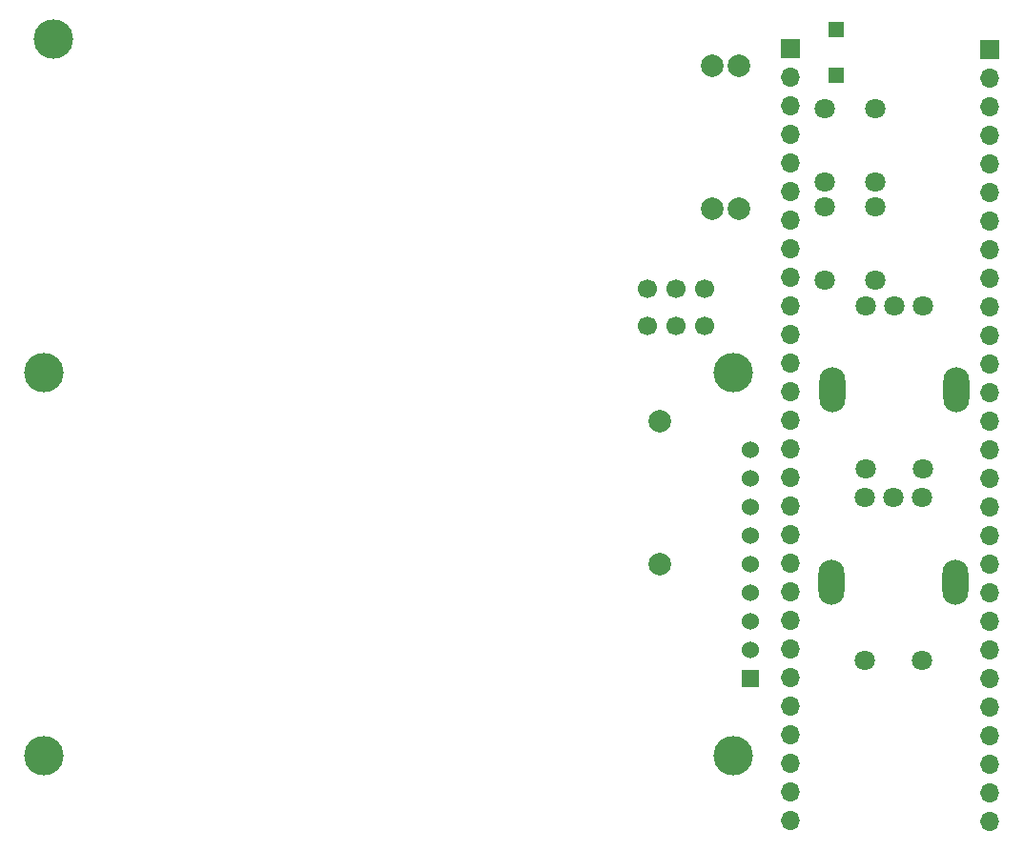
<source format=gbr>
%TF.GenerationSoftware,KiCad,Pcbnew,9.0.0*%
%TF.CreationDate,2025-11-19T14:43:49-05:00*%
%TF.ProjectId,ECE_362_final_proj,4543455f-3336-4325-9f66-696e616c5f70,rev?*%
%TF.SameCoordinates,Original*%
%TF.FileFunction,Soldermask,Bot*%
%TF.FilePolarity,Negative*%
%FSLAX46Y46*%
G04 Gerber Fmt 4.6, Leading zero omitted, Abs format (unit mm)*
G04 Created by KiCad (PCBNEW 9.0.0) date 2025-11-19 14:43:49*
%MOMM*%
%LPD*%
G01*
G04 APERTURE LIST*
%ADD10O,2.300000X4.000000*%
%ADD11C,1.800000*%
%ADD12C,2.000000*%
%ADD13C,3.500000*%
%ADD14R,1.350000X1.350000*%
%ADD15R,1.524000X1.524000*%
%ADD16C,1.524000*%
%ADD17C,1.700000*%
%ADD18R,1.700000X1.700000*%
%ADD19O,1.700000X1.700000*%
G04 APERTURE END LIST*
D10*
%TO.C,SW3*%
X13556000Y-51617000D03*
X24556000Y-51617000D03*
D11*
X21596000Y-44117000D03*
X16516000Y-44117000D03*
X19056000Y-44117000D03*
X21596000Y-58617000D03*
X16516000Y-58617000D03*
%TD*%
D10*
%TO.C,SW1*%
X13636000Y-34567000D03*
X24636000Y-34567000D03*
D11*
X21676000Y-27067000D03*
X16596000Y-27067000D03*
X19136000Y-27067000D03*
X21676000Y-41567000D03*
X16596000Y-41567000D03*
%TD*%
%TO.C,SW2*%
X12956000Y-16037000D03*
X12956000Y-9537000D03*
X17456000Y-16037000D03*
X17456000Y-9537000D03*
%TD*%
D12*
%TO.C,BT1*%
X5326000Y-5717000D03*
X5326000Y-18417000D03*
%TD*%
D13*
%TO.C,*%
X-55544000Y-3407000D03*
%TD*%
D14*
%TO.C,J1*%
X13986000Y-2545375D03*
%TD*%
D11*
%TO.C,SW4*%
X12976000Y-24787000D03*
X12976000Y-18287000D03*
X17476000Y-24787000D03*
X17476000Y-18287000D03*
%TD*%
D13*
%TO.C,U2*%
X4863000Y-67073000D03*
X4863000Y-32973000D03*
X-56337000Y-67073000D03*
X-56337000Y-32973000D03*
D15*
X6363000Y-60183000D03*
D16*
X6363000Y-57643000D03*
X6363000Y-55103000D03*
X6363000Y-52563000D03*
X6363000Y-50023000D03*
X6363000Y-47483000D03*
X6363000Y-44943000D03*
X6363000Y-42403000D03*
X6363000Y-39863000D03*
%TD*%
D14*
%TO.C,J2*%
X14016000Y-6618400D03*
%TD*%
D17*
%TO.C,U_Switch*%
X-2768000Y-25566800D03*
X-228000Y-25566800D03*
X2312000Y-25566800D03*
X-2768000Y-28866800D03*
X-228000Y-28866800D03*
X2312000Y-28866800D03*
%TD*%
D18*
%TO.C,J4*%
X27661200Y-4281600D03*
D19*
X27661200Y-6821600D03*
X27661200Y-9361600D03*
X27661200Y-11901600D03*
X27661200Y-14441600D03*
X27661200Y-16981600D03*
X27661200Y-19521600D03*
X27661200Y-22061600D03*
X27661200Y-24601600D03*
X27661200Y-27141600D03*
X27661200Y-29681600D03*
X27661200Y-32221600D03*
X27661200Y-34761600D03*
X27661200Y-37301600D03*
X27661200Y-39841600D03*
X27661200Y-42381600D03*
X27661200Y-44921600D03*
X27661200Y-47461600D03*
X27661200Y-50001600D03*
X27661200Y-52541600D03*
X27661200Y-55081600D03*
X27661200Y-57621600D03*
X27661200Y-60161600D03*
X27661200Y-62701600D03*
X27661200Y-65241600D03*
X27661200Y-67781600D03*
X27661200Y-70321600D03*
X27661200Y-72861600D03*
%TD*%
D12*
%TO.C,BATT3*%
X-1651500Y-37342000D03*
X-1651500Y-50042000D03*
%TD*%
D18*
%TO.C,J3*%
X9932000Y-4247000D03*
D19*
X9932000Y-6787000D03*
X9932000Y-9327000D03*
X9932000Y-11867000D03*
X9932000Y-14407000D03*
X9932000Y-16947000D03*
X9932000Y-19487000D03*
X9932000Y-22027000D03*
X9932000Y-24567000D03*
X9932000Y-27107000D03*
X9932000Y-29647000D03*
X9932000Y-32187000D03*
X9932000Y-34727000D03*
X9932000Y-37267000D03*
X9932000Y-39807000D03*
X9932000Y-42347000D03*
X9932000Y-44887000D03*
X9932000Y-47427000D03*
X9932000Y-49967000D03*
X9932000Y-52507000D03*
X9932000Y-55047000D03*
X9932000Y-57587000D03*
X9932000Y-60127000D03*
X9932000Y-62667000D03*
X9932000Y-65207000D03*
X9932000Y-67747000D03*
X9932000Y-70287000D03*
X9932000Y-72827000D03*
%TD*%
D12*
%TO.C,BT2*%
X2956000Y-18417000D03*
X2956000Y-5717000D03*
%TD*%
M02*

</source>
